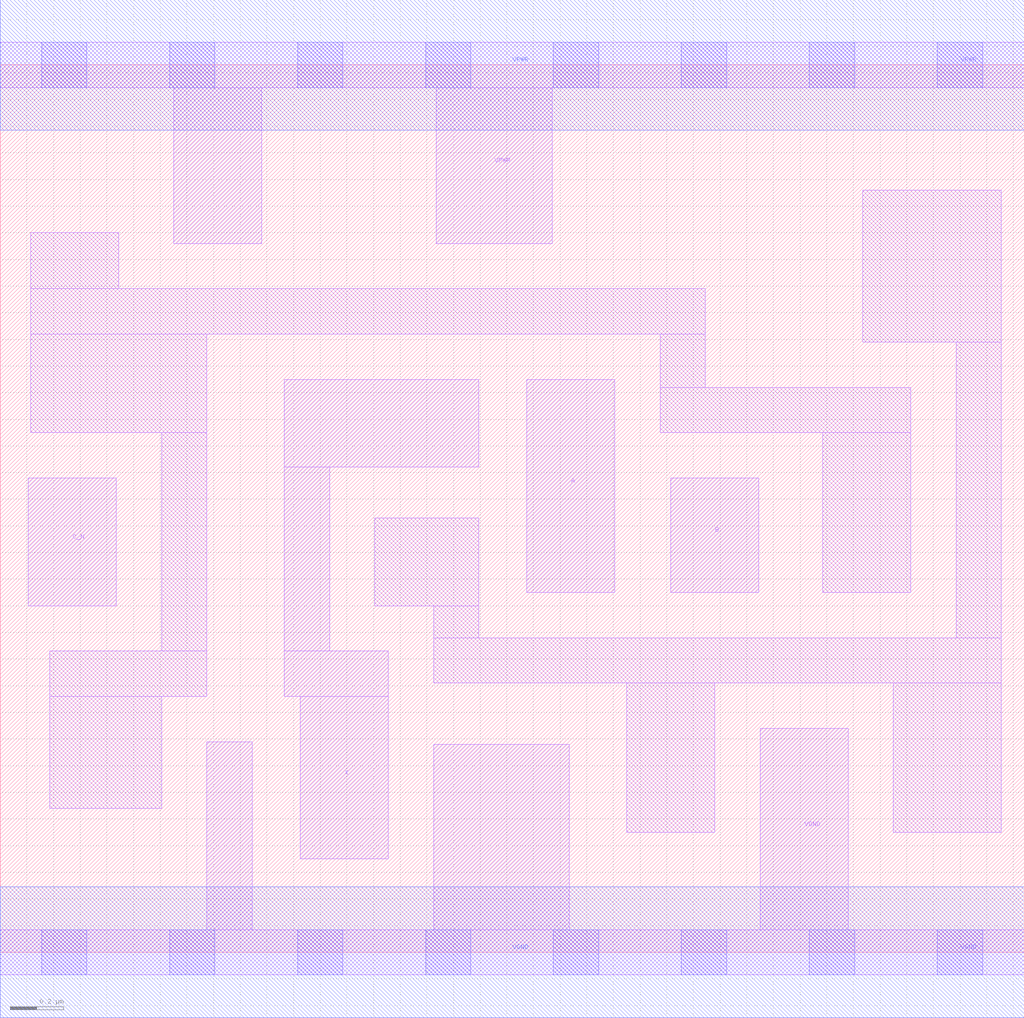
<source format=lef>
# Copyright 2020 The SkyWater PDK Authors
#
# Licensed under the Apache License, Version 2.0 (the "License");
# you may not use this file except in compliance with the License.
# You may obtain a copy of the License at
#
#     https://www.apache.org/licenses/LICENSE-2.0
#
# Unless required by applicable law or agreed to in writing, software
# distributed under the License is distributed on an "AS IS" BASIS,
# WITHOUT WARRANTIES OR CONDITIONS OF ANY KIND, either express or implied.
# See the License for the specific language governing permissions and
# limitations under the License.
#
# SPDX-License-Identifier: Apache-2.0

VERSION 5.7 ;
  NAMESCASESENSITIVE ON ;
  NOWIREEXTENSIONATPIN ON ;
  DIVIDERCHAR "/" ;
  BUSBITCHARS "[]" ;
UNITS
  DATABASE MICRONS 200 ;
END UNITS
MACRO sky130_fd_sc_ls__or3b_2
  CLASS CORE ;
  SOURCE USER ;
  FOREIGN sky130_fd_sc_ls__or3b_2 ;
  ORIGIN  0.000000  0.000000 ;
  SIZE  3.840000 BY  3.330000 ;
  SYMMETRY X Y ;
  SITE unit ;
  PIN A
    ANTENNAGATEAREA  0.246000 ;
    DIRECTION INPUT ;
    USE SIGNAL ;
    PORT
      LAYER li1 ;
        RECT 1.975000 1.350000 2.305000 2.150000 ;
    END
  END A
  PIN B
    ANTENNAGATEAREA  0.246000 ;
    DIRECTION INPUT ;
    USE SIGNAL ;
    PORT
      LAYER li1 ;
        RECT 2.515000 1.350000 2.845000 1.780000 ;
    END
  END B
  PIN C_N
    ANTENNAGATEAREA  0.208500 ;
    DIRECTION INPUT ;
    USE SIGNAL ;
    PORT
      LAYER li1 ;
        RECT 0.105000 1.300000 0.435000 1.780000 ;
    END
  END C_N
  PIN X
    ANTENNADIFFAREA  0.543200 ;
    DIRECTION OUTPUT ;
    USE SIGNAL ;
    PORT
      LAYER li1 ;
        RECT 1.065000 0.960000 1.455000 1.130000 ;
        RECT 1.065000 1.130000 1.235000 1.820000 ;
        RECT 1.065000 1.820000 1.795000 2.150000 ;
        RECT 1.125000 0.350000 1.455000 0.960000 ;
    END
  END X
  PIN VGND
    DIRECTION INOUT ;
    SHAPE ABUTMENT ;
    USE GROUND ;
    PORT
      LAYER li1 ;
        RECT 0.000000 -0.085000 3.840000 0.085000 ;
        RECT 0.775000  0.085000 0.945000 0.790000 ;
        RECT 1.625000  0.085000 2.135000 0.780000 ;
        RECT 2.850000  0.085000 3.180000 0.840000 ;
      LAYER mcon ;
        RECT 0.155000 -0.085000 0.325000 0.085000 ;
        RECT 0.635000 -0.085000 0.805000 0.085000 ;
        RECT 1.115000 -0.085000 1.285000 0.085000 ;
        RECT 1.595000 -0.085000 1.765000 0.085000 ;
        RECT 2.075000 -0.085000 2.245000 0.085000 ;
        RECT 2.555000 -0.085000 2.725000 0.085000 ;
        RECT 3.035000 -0.085000 3.205000 0.085000 ;
        RECT 3.515000 -0.085000 3.685000 0.085000 ;
      LAYER met1 ;
        RECT 0.000000 -0.245000 3.840000 0.245000 ;
    END
  END VGND
  PIN VPWR
    DIRECTION INOUT ;
    SHAPE ABUTMENT ;
    USE POWER ;
    PORT
      LAYER li1 ;
        RECT 0.000000 3.245000 3.840000 3.415000 ;
        RECT 0.650000 2.660000 0.980000 3.245000 ;
        RECT 1.635000 2.660000 2.070000 3.245000 ;
      LAYER mcon ;
        RECT 0.155000 3.245000 0.325000 3.415000 ;
        RECT 0.635000 3.245000 0.805000 3.415000 ;
        RECT 1.115000 3.245000 1.285000 3.415000 ;
        RECT 1.595000 3.245000 1.765000 3.415000 ;
        RECT 2.075000 3.245000 2.245000 3.415000 ;
        RECT 2.555000 3.245000 2.725000 3.415000 ;
        RECT 3.035000 3.245000 3.205000 3.415000 ;
        RECT 3.515000 3.245000 3.685000 3.415000 ;
      LAYER met1 ;
        RECT 0.000000 3.085000 3.840000 3.575000 ;
    END
  END VPWR
  OBS
    LAYER li1 ;
      RECT 0.115000 1.950000 0.775000 2.320000 ;
      RECT 0.115000 2.320000 2.645000 2.490000 ;
      RECT 0.115000 2.490000 0.445000 2.700000 ;
      RECT 0.185000 0.540000 0.605000 0.960000 ;
      RECT 0.185000 0.960000 0.775000 1.130000 ;
      RECT 0.605000 1.130000 0.775000 1.950000 ;
      RECT 1.405000 1.300000 1.795000 1.630000 ;
      RECT 1.625000 1.010000 3.755000 1.180000 ;
      RECT 1.625000 1.180000 1.795000 1.300000 ;
      RECT 2.350000 0.450000 2.680000 1.010000 ;
      RECT 2.475000 1.950000 3.415000 2.120000 ;
      RECT 2.475000 2.120000 2.645000 2.320000 ;
      RECT 3.085000 1.350000 3.415000 1.950000 ;
      RECT 3.235000 2.290000 3.755000 2.860000 ;
      RECT 3.350000 0.450000 3.755000 1.010000 ;
      RECT 3.585000 1.180000 3.755000 2.290000 ;
  END
END sky130_fd_sc_ls__or3b_2

</source>
